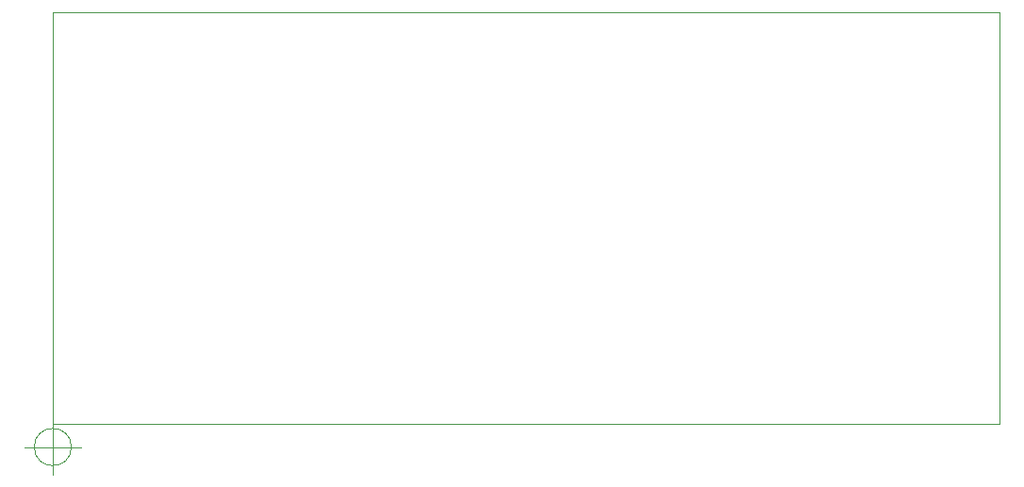
<source format=gbr>
%TF.GenerationSoftware,KiCad,Pcbnew,(6.0.9-0)*%
%TF.CreationDate,2023-03-15T21:38:29+08:00*%
%TF.ProjectId,Epaper-mcu,45706170-6572-42d6-9d63-752e6b696361,rev?*%
%TF.SameCoordinates,Original*%
%TF.FileFunction,Profile,NP*%
%FSLAX46Y46*%
G04 Gerber Fmt 4.6, Leading zero omitted, Abs format (unit mm)*
G04 Created by KiCad (PCBNEW (6.0.9-0)) date 2023-03-15 21:38:29*
%MOMM*%
%LPD*%
G01*
G04 APERTURE LIST*
%TA.AperFunction,Profile*%
%ADD10C,0.100000*%
%TD*%
G04 APERTURE END LIST*
D10*
X110789000Y-119634000D02*
X195789000Y-119634000D01*
X195789000Y-119634000D02*
X195789000Y-82634000D01*
X195789000Y-82634000D02*
X110789000Y-82634000D01*
X110789000Y-82634000D02*
X110789000Y-119634000D01*
X112455666Y-121712000D02*
G75*
G03*
X112455666Y-121712000I-1666666J0D01*
G01*
X108289000Y-121712000D02*
X113289000Y-121712000D01*
X110789000Y-119212000D02*
X110789000Y-124212000D01*
M02*

</source>
